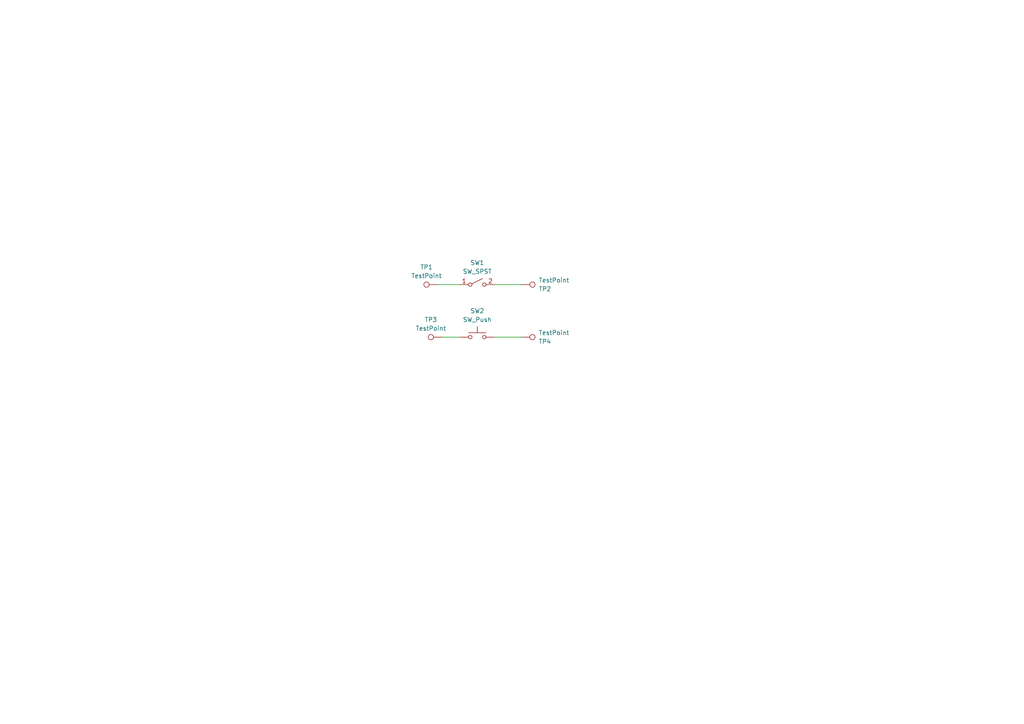
<source format=kicad_sch>
(kicad_sch (version 20231120) (generator "eeschema") (generator_version "8.0")
  (paper "A4")
  (lib_symbols
    (symbol "Connector:TestPoint" (pin_numbers hide) (pin_names (offset 0.762) hide)
      (property "Reference" "TP" (at 0 6.858 0))
      (property "Value" "TestPoint" (at 0 5.08 0))
      (symbol "TestPoint_0_1"
        (circle (center 0 3.302) (radius 0.762))
      )
      (symbol "TestPoint_1_1"
        (pin passive line (at 0 0 90) (length 2.54) (name "1") (number "1"))
      )
    )
    (symbol "Switch:SW_Push" (pin_numbers hide) (pin_names (offset 1.016) hide)
      (property "Reference" "SW" (at 1.27 2.54 0))
      (property "Value" "SW_Push" (at 0 -1.524 0))
      (symbol "SW_Push_0_1"
        (circle (center -2.032 0) (radius 0.508))
        (polyline (pts (xy 0 1.27) (xy 0 3.048)))
        (polyline (pts (xy 2.54 1.27) (xy -2.54 1.27)))
        (circle (center 2.032 0) (radius 0.508))
        (pin passive line (at -5.08 0 0) (length 2.54) (name "1") (number "1"))
        (pin passive line (at 5.08 0 180) (length 2.54) (name "2") (number "2"))
      )
    )
    (symbol "Switch:SW_SPST" (pin_names (offset 0) hide)
      (property "Reference" "SW" (at 0 3.175 0))
      (property "Value" "SW_SPST" (at 0 -2.54 0))
      (symbol "SW_SPST_0_0"
        (circle (center -2.032 0) (radius 0.508))
        (polyline (pts (xy -1.524 0.254) (xy 1.524 1.778)))
        (circle (center 2.032 0) (radius 0.508))
      )
      (symbol "SW_SPST_1_1"
        (pin passive line (at -5.08 0 0) (length 2.54) (name "A") (number "1"))
        (pin passive line (at 5.08 0 180) (length 2.54) (name "B") (number "2"))
      )
    )
  )
  (wire (pts (xy 143.51 97.79) (xy 151.13 97.79)))
  (wire (pts (xy 127 82.55) (xy 133.35 82.55)))
  (wire (pts (xy 128.27 97.79) (xy 133.35 97.79)))
  (wire (pts (xy 143.51 82.55) (xy 151.13 82.55)))
  (symbol (lib_id "Connector:TestPoint") (at 151.13 97.79 270) (mirror x) (unit 1)
    (property "Reference" "TP4" (at 156.21 99.0601 90) (effects (justify left)))
    (property "Value" "TestPoint" (at 156.21 96.5201 90) (effects (justify left)))
    (property "Footprint" "TestPoint:TestPoint_Pad_1.0x1.0mm" (effects (hide yes)))
    (property "Description" "test point" (effects (hide yes)))
  )
  (symbol (lib_id "Connector:TestPoint") (at 151.13 82.55 270) (mirror x) (unit 1)
    (property "Reference" "TP2" (at 156.21 83.8201 90) (effects (justify left)))
    (property "Value" "TestPoint" (at 156.21 81.2801 90) (effects (justify left)))
    (property "Footprint" "TestPoint:TestPoint_Pad_1.0x1.0mm" (effects (hide yes)))
    (property "Description" "test point" (effects (hide yes)))
  )
  (symbol (lib_id "Switch:SW_Push") (at 138.43 97.79 0) (unit 1)
    (property "Reference" "SW2" (at 138.43 90.17 0))
    (property "Value" "SW_Push" (at 138.43 92.71 0))
    (property "Footprint" "key-switches:SW_Kailh_Choc_V1_HotSwap" (effects (hide yes)))
    (property "Description" "Push button switch, generic, two pins" (effects (hide yes)))
  )
  (symbol (lib_id "Connector:TestPoint") (at 127 82.55 90) (unit 1)
    (property "Reference" "TP1" (at 123.698 77.47 90))
    (property "Value" "TestPoint" (at 123.698 80.01 90))
    (property "Footprint" "TestPoint:TestPoint_Pad_1.0x1.0mm" (effects (hide yes)))
    (property "Description" "test point" (effects (hide yes)))
  )
  (symbol (lib_id "Connector:TestPoint") (at 128.27 97.79 90) (unit 1)
    (property "Reference" "TP3" (at 124.968 92.71 90))
    (property "Value" "TestPoint" (at 124.968 95.25 90))
    (property "Footprint" "TestPoint:TestPoint_Pad_1.0x1.0mm" (effects (hide yes)))
    (property "Description" "test point" (effects (hide yes)))
  )
  (symbol (lib_id "Switch:SW_SPST") (at 138.43 82.55 0) (unit 1)
    (property "Reference" "SW1" (at 138.43 76.2 0))
    (property "Value" "SW_SPST" (at 138.43 78.74 0))
    (property "Footprint" "key-switches:SW_MX_HotSwap_THT" (effects (hide yes)))
    (property "Description" "Single Pole Single Throw (SPST) switch" (effects (hide yes)))
  )
)
</source>
